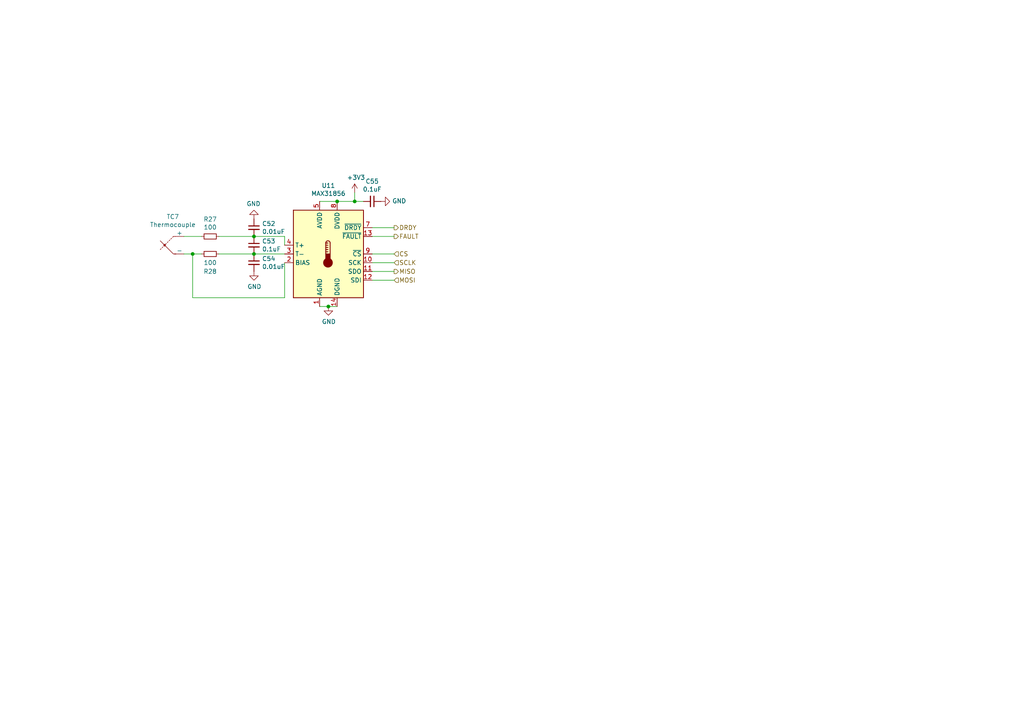
<source format=kicad_sch>
(kicad_sch (version 20211123) (generator eeschema)

  (uuid d7b67c11-d515-46cf-bcf0-0f0ef2d0158a)

  (paper "A4")

  (lib_symbols
    (symbol "Device:C_Small" (pin_numbers hide) (pin_names (offset 0.254) hide) (in_bom yes) (on_board yes)
      (property "Reference" "C" (id 0) (at 0.254 1.778 0)
        (effects (font (size 1.27 1.27)) (justify left))
      )
      (property "Value" "C_Small" (id 1) (at 0.254 -2.032 0)
        (effects (font (size 1.27 1.27)) (justify left))
      )
      (property "Footprint" "" (id 2) (at 0 0 0)
        (effects (font (size 1.27 1.27)) hide)
      )
      (property "Datasheet" "~" (id 3) (at 0 0 0)
        (effects (font (size 1.27 1.27)) hide)
      )
      (property "ki_keywords" "capacitor cap" (id 4) (at 0 0 0)
        (effects (font (size 1.27 1.27)) hide)
      )
      (property "ki_description" "Unpolarized capacitor, small symbol" (id 5) (at 0 0 0)
        (effects (font (size 1.27 1.27)) hide)
      )
      (property "ki_fp_filters" "C_*" (id 6) (at 0 0 0)
        (effects (font (size 1.27 1.27)) hide)
      )
      (symbol "C_Small_0_1"
        (polyline
          (pts
            (xy -1.524 -0.508)
            (xy 1.524 -0.508)
          )
          (stroke (width 0.3302) (type default) (color 0 0 0 0))
          (fill (type none))
        )
        (polyline
          (pts
            (xy -1.524 0.508)
            (xy 1.524 0.508)
          )
          (stroke (width 0.3048) (type default) (color 0 0 0 0))
          (fill (type none))
        )
      )
      (symbol "C_Small_1_1"
        (pin passive line (at 0 2.54 270) (length 2.032)
          (name "~" (effects (font (size 1.27 1.27))))
          (number "1" (effects (font (size 1.27 1.27))))
        )
        (pin passive line (at 0 -2.54 90) (length 2.032)
          (name "~" (effects (font (size 1.27 1.27))))
          (number "2" (effects (font (size 1.27 1.27))))
        )
      )
    )
    (symbol "Device:R_Small" (pin_numbers hide) (pin_names (offset 0.254) hide) (in_bom yes) (on_board yes)
      (property "Reference" "R" (id 0) (at 0.762 0.508 0)
        (effects (font (size 1.27 1.27)) (justify left))
      )
      (property "Value" "R_Small" (id 1) (at 0.762 -1.016 0)
        (effects (font (size 1.27 1.27)) (justify left))
      )
      (property "Footprint" "" (id 2) (at 0 0 0)
        (effects (font (size 1.27 1.27)) hide)
      )
      (property "Datasheet" "~" (id 3) (at 0 0 0)
        (effects (font (size 1.27 1.27)) hide)
      )
      (property "ki_keywords" "R resistor" (id 4) (at 0 0 0)
        (effects (font (size 1.27 1.27)) hide)
      )
      (property "ki_description" "Resistor, small symbol" (id 5) (at 0 0 0)
        (effects (font (size 1.27 1.27)) hide)
      )
      (property "ki_fp_filters" "R_*" (id 6) (at 0 0 0)
        (effects (font (size 1.27 1.27)) hide)
      )
      (symbol "R_Small_0_1"
        (rectangle (start -0.762 1.778) (end 0.762 -1.778)
          (stroke (width 0.2032) (type default) (color 0 0 0 0))
          (fill (type none))
        )
      )
      (symbol "R_Small_1_1"
        (pin passive line (at 0 2.54 270) (length 0.762)
          (name "~" (effects (font (size 1.27 1.27))))
          (number "1" (effects (font (size 1.27 1.27))))
        )
        (pin passive line (at 0 -2.54 90) (length 0.762)
          (name "~" (effects (font (size 1.27 1.27))))
          (number "2" (effects (font (size 1.27 1.27))))
        )
      )
    )
    (symbol "Device:Thermocouple" (pin_numbers hide) (pin_names (offset 0)) (in_bom yes) (on_board yes)
      (property "Reference" "TC" (id 0) (at -3.048 3.81 0)
        (effects (font (size 1.27 1.27)))
      )
      (property "Value" "Thermocouple" (id 1) (at -5.08 -4.064 0)
        (effects (font (size 1.27 1.27)) (justify left))
      )
      (property "Footprint" "" (id 2) (at -14.605 1.27 0)
        (effects (font (size 1.27 1.27)) hide)
      )
      (property "Datasheet" "~" (id 3) (at -14.605 1.27 0)
        (effects (font (size 1.27 1.27)) hide)
      )
      (property "ki_keywords" "thermocouple temperature sensor cold junction" (id 4) (at 0 0 0)
        (effects (font (size 1.27 1.27)) hide)
      )
      (property "ki_description" "Thermocouple" (id 5) (at 0 0 0)
        (effects (font (size 1.27 1.27)) hide)
      )
      (property "ki_fp_filters" "PIN?ARRAY* bornier* *Terminal?Block* Thermo*Couple*" (id 6) (at 0 0 0)
        (effects (font (size 1.27 1.27)) hide)
      )
      (symbol "Thermocouple_0_1"
        (circle (center -3.048 0) (radius 0.254)
          (stroke (width 0) (type default) (color 0 0 0 0))
          (fill (type outline))
        )
        (polyline
          (pts
            (xy -4.064 -1.016)
            (xy -4.318 -1.27)
          )
          (stroke (width 0) (type default) (color 0 0 0 0))
          (fill (type none))
        )
        (polyline
          (pts
            (xy -3.556 -0.508)
            (xy -3.81 -0.762)
          )
          (stroke (width 0) (type default) (color 0 0 0 0))
          (fill (type none))
        )
        (polyline
          (pts
            (xy -3.048 0)
            (xy -3.302 -0.254)
          )
          (stroke (width 0) (type default) (color 0 0 0 0))
          (fill (type none))
        )
        (polyline
          (pts
            (xy -2.54 0.508)
            (xy -2.794 0.254)
          )
          (stroke (width 0) (type default) (color 0 0 0 0))
          (fill (type none))
        )
        (polyline
          (pts
            (xy -2.032 1.016)
            (xy -2.286 0.762)
          )
          (stroke (width 0) (type default) (color 0 0 0 0))
          (fill (type none))
        )
        (polyline
          (pts
            (xy -1.524 1.524)
            (xy -1.778 1.27)
          )
          (stroke (width 0) (type default) (color 0 0 0 0))
          (fill (type none))
        )
        (polyline
          (pts
            (xy -1.016 2.032)
            (xy -1.27 1.778)
          )
          (stroke (width 0) (type default) (color 0 0 0 0))
          (fill (type none))
        )
        (polyline
          (pts
            (xy -0.508 2.54)
            (xy -0.762 2.286)
          )
          (stroke (width 0) (type default) (color 0 0 0 0))
          (fill (type none))
        )
        (polyline
          (pts
            (xy 0 -2.54)
            (xy -0.254 -2.54)
          )
          (stroke (width 0) (type default) (color 0 0 0 0))
          (fill (type none))
        )
        (polyline
          (pts
            (xy 0 2.54)
            (xy -0.508 2.54)
          )
          (stroke (width 0) (type default) (color 0 0 0 0))
          (fill (type none))
        )
        (polyline
          (pts
            (xy 0.254 -2.54)
            (xy -0.508 -2.54)
            (xy -4.318 1.27)
          )
          (stroke (width 0) (type default) (color 0 0 0 0))
          (fill (type none))
        )
      )
      (symbol "Thermocouple_1_1"
        (pin passive line (at 2.54 2.54 180) (length 2.54)
          (name "+" (effects (font (size 1.27 1.27))))
          (number "1" (effects (font (size 1.27 1.27))))
        )
        (pin passive line (at 2.54 -2.54 180) (length 2.54)
          (name "-" (effects (font (size 1.27 1.27))))
          (number "2" (effects (font (size 1.27 1.27))))
        )
      )
    )
    (symbol "Sensor_Temperature:MAX31856" (in_bom yes) (on_board yes)
      (property "Reference" "U" (id 0) (at -7.62 13.97 0)
        (effects (font (size 1.27 1.27)) (justify right))
      )
      (property "Value" "MAX31856" (id 1) (at 13.97 13.97 0)
        (effects (font (size 1.27 1.27)) (justify right))
      )
      (property "Footprint" "Package_SO:TSSOP-14_4.4x5mm_P0.65mm" (id 2) (at 3.81 -13.97 0)
        (effects (font (size 1.27 1.27)) (justify left) hide)
      )
      (property "Datasheet" "https://datasheets.maximintegrated.com/en/ds/MAX31856.pdf" (id 3) (at -1.27 5.08 0)
        (effects (font (size 1.27 1.27)) hide)
      )
      (property "ki_keywords" "Thermocouple converter serial" (id 4) (at 0 0 0)
        (effects (font (size 1.27 1.27)) hide)
      )
      (property "ki_description" "Precision Thermocouple to Digital Converter with Linearization, TSSOP-14" (id 5) (at 0 0 0)
        (effects (font (size 1.27 1.27)) hide)
      )
      (property "ki_fp_filters" "TSSOP*14*4.4x5mm*P0.65mm*" (id 6) (at 0 0 0)
        (effects (font (size 1.27 1.27)) hide)
      )
      (symbol "MAX31856_0_1"
        (rectangle (start -10.16 12.7) (end 10.16 -12.7)
          (stroke (width 0.254) (type default) (color 0 0 0 0))
          (fill (type background))
        )
        (circle (center -0.127 -2.54) (radius 1.27)
          (stroke (width 0.254) (type default) (color 0 0 0 0))
          (fill (type outline))
        )
        (polyline
          (pts
            (xy -0.762 0.635)
            (xy -0.127 0.635)
          )
          (stroke (width 0.254) (type default) (color 0 0 0 0))
          (fill (type none))
        )
        (polyline
          (pts
            (xy -0.762 1.27)
            (xy -0.127 1.27)
          )
          (stroke (width 0.254) (type default) (color 0 0 0 0))
          (fill (type none))
        )
        (polyline
          (pts
            (xy -0.762 1.905)
            (xy -0.127 1.905)
          )
          (stroke (width 0.254) (type default) (color 0 0 0 0))
          (fill (type none))
        )
        (polyline
          (pts
            (xy -0.762 2.54)
            (xy -0.127 2.54)
          )
          (stroke (width 0.254) (type default) (color 0 0 0 0))
          (fill (type none))
        )
        (polyline
          (pts
            (xy -0.762 3.175)
            (xy -0.762 0)
          )
          (stroke (width 0.254) (type default) (color 0 0 0 0))
          (fill (type none))
        )
        (polyline
          (pts
            (xy -0.762 3.175)
            (xy -0.127 3.175)
          )
          (stroke (width 0.254) (type default) (color 0 0 0 0))
          (fill (type none))
        )
        (polyline
          (pts
            (xy 0.508 3.175)
            (xy 0.508 0)
          )
          (stroke (width 0.254) (type default) (color 0 0 0 0))
          (fill (type none))
        )
        (rectangle (start 0.508 -1.905) (end -0.762 0)
          (stroke (width 0.254) (type default) (color 0 0 0 0))
          (fill (type outline))
        )
        (arc (start 0.508 3.175) (mid -0.127 3.81) (end -0.762 3.175)
          (stroke (width 0.254) (type default) (color 0 0 0 0))
          (fill (type none))
        )
      )
      (symbol "MAX31856_1_1"
        (pin power_in line (at -2.54 -15.24 90) (length 2.54)
          (name "AGND" (effects (font (size 1.27 1.27))))
          (number "1" (effects (font (size 1.27 1.27))))
        )
        (pin input line (at 12.7 -2.54 180) (length 2.54)
          (name "SCK" (effects (font (size 1.27 1.27))))
          (number "10" (effects (font (size 1.27 1.27))))
        )
        (pin output line (at 12.7 -5.08 180) (length 2.54)
          (name "SDO" (effects (font (size 1.27 1.27))))
          (number "11" (effects (font (size 1.27 1.27))))
        )
        (pin input line (at 12.7 -7.62 180) (length 2.54)
          (name "SDI" (effects (font (size 1.27 1.27))))
          (number "12" (effects (font (size 1.27 1.27))))
        )
        (pin output line (at 12.7 5.08 180) (length 2.54)
          (name "~{FAULT}" (effects (font (size 1.27 1.27))))
          (number "13" (effects (font (size 1.27 1.27))))
        )
        (pin power_in line (at 2.54 -15.24 90) (length 2.54)
          (name "DGND" (effects (font (size 1.27 1.27))))
          (number "14" (effects (font (size 1.27 1.27))))
        )
        (pin input line (at -12.7 -2.54 0) (length 2.54)
          (name "BIAS" (effects (font (size 1.27 1.27))))
          (number "2" (effects (font (size 1.27 1.27))))
        )
        (pin input line (at -12.7 0 0) (length 2.54)
          (name "T-" (effects (font (size 1.27 1.27))))
          (number "3" (effects (font (size 1.27 1.27))))
        )
        (pin input line (at -12.7 2.54 0) (length 2.54)
          (name "T+" (effects (font (size 1.27 1.27))))
          (number "4" (effects (font (size 1.27 1.27))))
        )
        (pin power_in line (at -2.54 15.24 270) (length 2.54)
          (name "AVDD" (effects (font (size 1.27 1.27))))
          (number "5" (effects (font (size 1.27 1.27))))
        )
        (pin no_connect line (at -10.16 -7.62 0) (length 2.54) hide
          (name "DNC" (effects (font (size 1.27 1.27))))
          (number "6" (effects (font (size 1.27 1.27))))
        )
        (pin output line (at 12.7 7.62 180) (length 2.54)
          (name "~{DRDY}" (effects (font (size 1.27 1.27))))
          (number "7" (effects (font (size 1.27 1.27))))
        )
        (pin power_in line (at 2.54 15.24 270) (length 2.54)
          (name "DVDD" (effects (font (size 1.27 1.27))))
          (number "8" (effects (font (size 1.27 1.27))))
        )
        (pin input line (at 12.7 0 180) (length 2.54)
          (name "~{CS}" (effects (font (size 1.27 1.27))))
          (number "9" (effects (font (size 1.27 1.27))))
        )
      )
    )
    (symbol "analogue-cache:+3.3V" (power) (pin_names (offset 0)) (in_bom yes) (on_board yes)
      (property "Reference" "#PWR" (id 0) (at 0 -3.81 0)
        (effects (font (size 1.27 1.27)) hide)
      )
      (property "Value" "+3.3V" (id 1) (at 0 3.556 0)
        (effects (font (size 1.27 1.27)))
      )
      (property "Footprint" "" (id 2) (at 0 0 0)
        (effects (font (size 1.27 1.27)) hide)
      )
      (property "Datasheet" "" (id 3) (at 0 0 0)
        (effects (font (size 1.27 1.27)) hide)
      )
      (symbol "+3.3V_0_1"
        (polyline
          (pts
            (xy -0.762 1.27)
            (xy 0 2.54)
          )
          (stroke (width 0) (type default) (color 0 0 0 0))
          (fill (type none))
        )
        (polyline
          (pts
            (xy 0 0)
            (xy 0 2.54)
          )
          (stroke (width 0) (type default) (color 0 0 0 0))
          (fill (type none))
        )
        (polyline
          (pts
            (xy 0 2.54)
            (xy 0.762 1.27)
          )
          (stroke (width 0) (type default) (color 0 0 0 0))
          (fill (type none))
        )
      )
      (symbol "+3.3V_1_1"
        (pin power_in line (at 0 0 90) (length 0) hide
          (name "+3V3" (effects (font (size 1.27 1.27))))
          (number "1" (effects (font (size 1.27 1.27))))
        )
      )
    )
    (symbol "power:GND" (power) (pin_names (offset 0)) (in_bom yes) (on_board yes)
      (property "Reference" "#PWR" (id 0) (at 0 -6.35 0)
        (effects (font (size 1.27 1.27)) hide)
      )
      (property "Value" "GND" (id 1) (at 0 -3.81 0)
        (effects (font (size 1.27 1.27)))
      )
      (property "Footprint" "" (id 2) (at 0 0 0)
        (effects (font (size 1.27 1.27)) hide)
      )
      (property "Datasheet" "" (id 3) (at 0 0 0)
        (effects (font (size 1.27 1.27)) hide)
      )
      (property "ki_keywords" "power-flag" (id 4) (at 0 0 0)
        (effects (font (size 1.27 1.27)) hide)
      )
      (property "ki_description" "Power symbol creates a global label with name \"GND\" , ground" (id 5) (at 0 0 0)
        (effects (font (size 1.27 1.27)) hide)
      )
      (symbol "GND_0_1"
        (polyline
          (pts
            (xy 0 0)
            (xy 0 -1.27)
            (xy 1.27 -1.27)
            (xy 0 -2.54)
            (xy -1.27 -1.27)
            (xy 0 -1.27)
          )
          (stroke (width 0) (type default) (color 0 0 0 0))
          (fill (type none))
        )
      )
      (symbol "GND_1_1"
        (pin power_in line (at 0 0 270) (length 0) hide
          (name "GND" (effects (font (size 1.27 1.27))))
          (number "1" (effects (font (size 1.27 1.27))))
        )
      )
    )
  )

  (junction (at 97.79 58.42) (diameter 0) (color 0 0 0 0)
    (uuid 6ceb10bf-4340-4309-8250-882c2b60a70e)
  )
  (junction (at 73.66 73.66) (diameter 0) (color 0 0 0 0)
    (uuid 72729c20-0465-4f8c-be80-3c22bb337ef7)
  )
  (junction (at 55.88 73.66) (diameter 0) (color 0 0 0 0)
    (uuid a6386af6-d744-458e-b19d-8fd97b5ad9f9)
  )
  (junction (at 95.25 88.9) (diameter 0) (color 0 0 0 0)
    (uuid c66790a8-2c84-47da-b059-a728d9f51463)
  )
  (junction (at 73.66 68.58) (diameter 0) (color 0 0 0 0)
    (uuid ccd45da3-3d73-496d-8f2e-5edf69377f63)
  )
  (junction (at 102.87 58.42) (diameter 0) (color 0 0 0 0)
    (uuid f58742f8-e57e-4646-a6f5-0463e0eceeb8)
  )

  (wire (pts (xy 55.88 73.66) (xy 58.42 73.66))
    (stroke (width 0) (type default) (color 0 0 0 0))
    (uuid 01600802-66c5-45a2-be7f-4fa2327d845b)
  )
  (wire (pts (xy 73.66 73.66) (xy 82.55 73.66))
    (stroke (width 0) (type default) (color 0 0 0 0))
    (uuid 01657d30-6f8e-4bbd-a3dd-6a0742c69aca)
  )
  (wire (pts (xy 73.66 68.58) (xy 82.55 68.58))
    (stroke (width 0) (type default) (color 0 0 0 0))
    (uuid 0a83f85d-78ad-480a-a5ba-773caced8f09)
  )
  (wire (pts (xy 53.34 73.66) (xy 55.88 73.66))
    (stroke (width 0) (type default) (color 0 0 0 0))
    (uuid 0d678ff1-21aa-4e6f-ae06-abf24406f3c8)
  )
  (wire (pts (xy 97.79 88.9) (xy 95.25 88.9))
    (stroke (width 0) (type default) (color 0 0 0 0))
    (uuid 119c633c-175b-4b38-bbc1-1a076032c16e)
  )
  (wire (pts (xy 63.5 73.66) (xy 73.66 73.66))
    (stroke (width 0) (type default) (color 0 0 0 0))
    (uuid 3aec5e23-e675-4bcf-9a9e-48cb59d51927)
  )
  (wire (pts (xy 97.79 58.42) (xy 102.87 58.42))
    (stroke (width 0) (type default) (color 0 0 0 0))
    (uuid 43f4cf53-1dc5-4426-bbd2-fabe9c3d45ec)
  )
  (wire (pts (xy 114.3 78.74) (xy 107.95 78.74))
    (stroke (width 0) (type default) (color 0 0 0 0))
    (uuid 70cf3e26-e279-4e61-a2f5-466ff5585d49)
  )
  (wire (pts (xy 102.87 55.88) (xy 102.87 58.42))
    (stroke (width 0) (type default) (color 0 0 0 0))
    (uuid 7308e13a-4809-4e8e-af65-9905819aa376)
  )
  (wire (pts (xy 114.3 81.28) (xy 107.95 81.28))
    (stroke (width 0) (type default) (color 0 0 0 0))
    (uuid 8634edb8-50db-43d2-95bb-5918d2cd24cc)
  )
  (wire (pts (xy 55.88 86.36) (xy 55.88 73.66))
    (stroke (width 0) (type default) (color 0 0 0 0))
    (uuid 8afefa03-006b-4e40-b19e-6596c7cc472e)
  )
  (wire (pts (xy 82.55 76.2) (xy 82.55 86.36))
    (stroke (width 0) (type default) (color 0 0 0 0))
    (uuid 9116f42f-8d27-4055-8fab-af8b6ed6959f)
  )
  (wire (pts (xy 102.87 58.42) (xy 105.41 58.42))
    (stroke (width 0) (type default) (color 0 0 0 0))
    (uuid 91c69423-de51-44fe-bc70-fec455b50634)
  )
  (wire (pts (xy 58.42 68.58) (xy 53.34 68.58))
    (stroke (width 0) (type default) (color 0 0 0 0))
    (uuid a2c0fc07-9ed2-42e8-8fef-f02fce3412ee)
  )
  (wire (pts (xy 63.5 68.58) (xy 73.66 68.58))
    (stroke (width 0) (type default) (color 0 0 0 0))
    (uuid a5fcd820-f4f0-487d-8e2f-6defe7618982)
  )
  (wire (pts (xy 107.95 68.58) (xy 114.3 68.58))
    (stroke (width 0) (type default) (color 0 0 0 0))
    (uuid bca69a58-3f8f-4ac5-9ef0-70bfa6c247ee)
  )
  (wire (pts (xy 82.55 68.58) (xy 82.55 71.12))
    (stroke (width 0) (type default) (color 0 0 0 0))
    (uuid bf67f245-1714-4d39-b76d-53f1523ab5f8)
  )
  (wire (pts (xy 82.55 86.36) (xy 55.88 86.36))
    (stroke (width 0) (type default) (color 0 0 0 0))
    (uuid c14f4f41-991c-47f8-ba74-4a4e89170acf)
  )
  (wire (pts (xy 92.71 58.42) (xy 97.79 58.42))
    (stroke (width 0) (type default) (color 0 0 0 0))
    (uuid cb4b7bcd-f8cd-4398-9baf-986854c6b2ae)
  )
  (wire (pts (xy 114.3 73.66) (xy 107.95 73.66))
    (stroke (width 0) (type default) (color 0 0 0 0))
    (uuid d2683b99-bb18-4d41-a0c5-df26e16e4210)
  )
  (wire (pts (xy 107.95 76.2) (xy 114.3 76.2))
    (stroke (width 0) (type default) (color 0 0 0 0))
    (uuid d32a1d0f-6a8f-45b4-822f-8b613131fd8a)
  )
  (wire (pts (xy 114.3 66.04) (xy 107.95 66.04))
    (stroke (width 0) (type default) (color 0 0 0 0))
    (uuid f368b66f-c8a4-4ccf-b925-3f03c13bf28f)
  )
  (wire (pts (xy 92.71 88.9) (xy 95.25 88.9))
    (stroke (width 0) (type default) (color 0 0 0 0))
    (uuid fb4e7351-d265-4999-adf6-bc7596c21cf3)
  )

  (hierarchical_label "MOSI" (shape input) (at 114.3 81.28 0)
    (effects (font (size 1.27 1.27)) (justify left))
    (uuid 200b738a-50e9-4f57-b197-9a6a0ae11af3)
  )
  (hierarchical_label "MISO" (shape output) (at 114.3 78.74 0)
    (effects (font (size 1.27 1.27)) (justify left))
    (uuid 2d916084-6196-4479-adf2-d8e271fa0c32)
  )
  (hierarchical_label "FAULT" (shape output) (at 114.3 68.58 0)
    (effects (font (size 1.27 1.27)) (justify left))
    (uuid 6024ea82-89e7-47fa-a1cd-0f37ee126f02)
  )
  (hierarchical_label "CS" (shape input) (at 114.3 73.66 0)
    (effects (font (size 1.27 1.27)) (justify left))
    (uuid 6afdccaa-d9c7-4949-88e8-e04bfdac5efc)
  )
  (hierarchical_label "DRDY" (shape output) (at 114.3 66.04 0)
    (effects (font (size 1.27 1.27)) (justify left))
    (uuid 7c3fa13a-5250-4394-8d82-80430597df04)
  )
  (hierarchical_label "SCLK" (shape input) (at 114.3 76.2 0)
    (effects (font (size 1.27 1.27)) (justify left))
    (uuid fc80fa5b-8c07-4dda-8002-331dcafd556b)
  )

  (symbol (lib_id "Sensor_Temperature:MAX31856") (at 95.25 73.66 0)
    (in_bom yes) (on_board yes)
    (uuid 00000000-0000-0000-0000-0000619996ee)
    (property "Reference" "U11" (id 0) (at 95.25 53.8226 0))
    (property "Value" "MAX31856" (id 1) (at 95.25 56.134 0))
    (property "Footprint" "Package_SO:TSSOP-14_4.4x5mm_P0.65mm" (id 2) (at 99.06 87.63 0)
      (effects (font (size 1.27 1.27)) (justify left) hide)
    )
    (property "Datasheet" "https://datasheets.maximintegrated.com/en/ds/MAX31856.pdf" (id 3) (at 93.98 68.58 0)
      (effects (font (size 1.27 1.27)) hide)
    )
    (pin "1" (uuid 7ad3299c-942e-44a3-b6af-30dadecda262))
    (pin "10" (uuid c00d20dd-e15c-4a4e-9c10-cdef5f9171f2))
    (pin "11" (uuid 7ee745ac-e97a-42ca-8c90-3fdf75c45926))
    (pin "12" (uuid 9be6da37-b83d-4d77-8b0a-04e6a7fb8955))
    (pin "13" (uuid d0b58253-d164-4c94-905c-b4de5207bf92))
    (pin "14" (uuid e17dfed2-6f49-4725-93e8-f56ba83575d2))
    (pin "2" (uuid 5d8ac1da-d8aa-455a-9a2e-ead60d4959fe))
    (pin "3" (uuid 11bcc31a-cbf9-44f2-aea2-2286f05efd0f))
    (pin "4" (uuid f08268ed-a2ce-4276-917e-b77e72985c20))
    (pin "5" (uuid cf297b0a-debd-48ea-bfb6-02a5ecc19f22))
    (pin "6" (uuid b6da0e49-263d-457d-99da-87846d24d33e))
    (pin "7" (uuid ac307040-8d98-4cf5-9497-be6a89aeb7de))
    (pin "8" (uuid c7771f31-9e16-4fee-b1ce-df12042351e6))
    (pin "9" (uuid 6b22089a-afe0-4ce0-9bcf-7b366dc0186b))
  )

  (symbol (lib_id "power:GND") (at 95.25 88.9 0)
    (in_bom yes) (on_board yes)
    (uuid 00000000-0000-0000-0000-000061999bda)
    (property "Reference" "#PWR0130" (id 0) (at 95.25 95.25 0)
      (effects (font (size 1.27 1.27)) hide)
    )
    (property "Value" "GND" (id 1) (at 95.377 93.2942 0))
    (property "Footprint" "" (id 2) (at 95.25 88.9 0)
      (effects (font (size 1.27 1.27)) hide)
    )
    (property "Datasheet" "" (id 3) (at 95.25 88.9 0)
      (effects (font (size 1.27 1.27)) hide)
    )
    (pin "1" (uuid fafd0fdd-7a84-4649-9187-fce431ddd613))
  )

  (symbol (lib_id "analogue-cache:+3.3V") (at 102.87 55.88 0)
    (in_bom yes) (on_board yes)
    (uuid 00000000-0000-0000-0000-00006199a53a)
    (property "Reference" "#PWR0131" (id 0) (at 102.87 59.69 0)
      (effects (font (size 1.27 1.27)) hide)
    )
    (property "Value" "+3.3V" (id 1) (at 103.251 51.4858 0))
    (property "Footprint" "" (id 2) (at 102.87 55.88 0)
      (effects (font (size 1.27 1.27)) hide)
    )
    (property "Datasheet" "" (id 3) (at 102.87 55.88 0)
      (effects (font (size 1.27 1.27)) hide)
    )
    (pin "1" (uuid a83fbe79-82d8-47ff-ae51-0c51ac11dff8))
  )

  (symbol (lib_id "Device:C_Small") (at 107.95 58.42 270)
    (in_bom yes) (on_board yes)
    (uuid 00000000-0000-0000-0000-00006199a8f2)
    (property "Reference" "C55" (id 0) (at 107.95 52.6034 90))
    (property "Value" "0.1uF" (id 1) (at 107.95 54.9148 90))
    (property "Footprint" "Capacitor_SMD:C_0603_1608Metric" (id 2) (at 107.95 58.42 0)
      (effects (font (size 1.27 1.27)) hide)
    )
    (property "Datasheet" "~" (id 3) (at 107.95 58.42 0)
      (effects (font (size 1.27 1.27)) hide)
    )
    (pin "1" (uuid 47f35e63-6870-4413-865c-dd1aa14acb47))
    (pin "2" (uuid 7badd976-3c8d-4a37-ade4-56dc62bc0fcd))
  )

  (symbol (lib_id "power:GND") (at 110.49 58.42 90)
    (in_bom yes) (on_board yes)
    (uuid 00000000-0000-0000-0000-00006199ae5e)
    (property "Reference" "#PWR0132" (id 0) (at 116.84 58.42 0)
      (effects (font (size 1.27 1.27)) hide)
    )
    (property "Value" "GND" (id 1) (at 113.7412 58.293 90)
      (effects (font (size 1.27 1.27)) (justify right))
    )
    (property "Footprint" "" (id 2) (at 110.49 58.42 0)
      (effects (font (size 1.27 1.27)) hide)
    )
    (property "Datasheet" "" (id 3) (at 110.49 58.42 0)
      (effects (font (size 1.27 1.27)) hide)
    )
    (pin "1" (uuid afd0a4df-1d94-4346-8ff9-830482988b51))
  )

  (symbol (lib_id "Device:Thermocouple") (at 50.8 71.12 0)
    (in_bom yes) (on_board yes)
    (uuid 00000000-0000-0000-0000-00006199b0f6)
    (property "Reference" "TC7" (id 0) (at 50.1142 62.865 0))
    (property "Value" "Thermocouple" (id 1) (at 50.1142 65.1764 0))
    (property "Footprint" "TerminalBlock_TE-Connectivity:TerminalBlock_TE_282834-2_1x02_P2.54mm_Horizontal" (id 2) (at 36.195 69.85 0)
      (effects (font (size 1.27 1.27)) hide)
    )
    (property "Datasheet" "~" (id 3) (at 36.195 69.85 0)
      (effects (font (size 1.27 1.27)) hide)
    )
    (pin "1" (uuid 9b608a8f-88b9-47a1-ad98-e44c87d86988))
    (pin "2" (uuid 343e828d-97fe-4fb5-bb07-7e3dc6b93355))
  )

  (symbol (lib_id "Device:R_Small") (at 60.96 68.58 270)
    (in_bom yes) (on_board yes)
    (uuid 00000000-0000-0000-0000-00006199bb8c)
    (property "Reference" "R27" (id 0) (at 60.96 63.6016 90))
    (property "Value" "100" (id 1) (at 60.96 65.913 90))
    (property "Footprint" "Resistor_SMD:R_0603_1608Metric" (id 2) (at 60.96 68.58 0)
      (effects (font (size 1.27 1.27)) hide)
    )
    (property "Datasheet" "~" (id 3) (at 60.96 68.58 0)
      (effects (font (size 1.27 1.27)) hide)
    )
    (pin "1" (uuid ca6459bb-3e26-42cf-9c2a-b48124c09932))
    (pin "2" (uuid 5414b994-6b63-4058-ac5c-ce11e9e82f12))
  )

  (symbol (lib_id "Device:R_Small") (at 60.96 73.66 90)
    (in_bom yes) (on_board yes)
    (uuid 00000000-0000-0000-0000-00006199c151)
    (property "Reference" "R28" (id 0) (at 60.96 78.74 90))
    (property "Value" "100" (id 1) (at 60.96 76.2 90))
    (property "Footprint" "Resistor_SMD:R_0603_1608Metric" (id 2) (at 60.96 73.66 0)
      (effects (font (size 1.27 1.27)) hide)
    )
    (property "Datasheet" "~" (id 3) (at 60.96 73.66 0)
      (effects (font (size 1.27 1.27)) hide)
    )
    (pin "1" (uuid 3e458536-c335-41ed-a34d-e0baeb455cef))
    (pin "2" (uuid 3c81aedc-1695-49db-9a83-a20936e7c5ff))
  )

  (symbol (lib_id "Device:C_Small") (at 73.66 71.12 0)
    (in_bom yes) (on_board yes)
    (uuid 00000000-0000-0000-0000-00006199ccc4)
    (property "Reference" "C53" (id 0) (at 75.9968 69.9516 0)
      (effects (font (size 1.27 1.27)) (justify left))
    )
    (property "Value" "0.1uF" (id 1) (at 75.9968 72.263 0)
      (effects (font (size 1.27 1.27)) (justify left))
    )
    (property "Footprint" "Capacitor_SMD:C_0603_1608Metric" (id 2) (at 73.66 71.12 0)
      (effects (font (size 1.27 1.27)) hide)
    )
    (property "Datasheet" "~" (id 3) (at 73.66 71.12 0)
      (effects (font (size 1.27 1.27)) hide)
    )
    (pin "1" (uuid c02bd385-ceb6-47b2-9d62-ae37a7ee77c1))
    (pin "2" (uuid 8b0c20ce-16ea-47f3-b58f-aae38baab7e5))
  )

  (symbol (lib_id "Device:C_Small") (at 73.66 66.04 0)
    (in_bom yes) (on_board yes)
    (uuid 00000000-0000-0000-0000-00006199d7ef)
    (property "Reference" "C52" (id 0) (at 75.9968 64.8716 0)
      (effects (font (size 1.27 1.27)) (justify left))
    )
    (property "Value" "0.01uF" (id 1) (at 75.9968 67.183 0)
      (effects (font (size 1.27 1.27)) (justify left))
    )
    (property "Footprint" "Capacitor_SMD:C_0603_1608Metric" (id 2) (at 73.66 66.04 0)
      (effects (font (size 1.27 1.27)) hide)
    )
    (property "Datasheet" "~" (id 3) (at 73.66 66.04 0)
      (effects (font (size 1.27 1.27)) hide)
    )
    (pin "1" (uuid 6e4905c9-40f3-43f7-b9c6-26f1cd4a759e))
    (pin "2" (uuid ec52862e-39ed-4622-968d-b4d5e9f1353b))
  )

  (symbol (lib_id "Device:C_Small") (at 73.66 76.2 0)
    (in_bom yes) (on_board yes)
    (uuid 00000000-0000-0000-0000-00006199da04)
    (property "Reference" "C54" (id 0) (at 75.9968 75.0316 0)
      (effects (font (size 1.27 1.27)) (justify left))
    )
    (property "Value" "0.01uF" (id 1) (at 75.9968 77.343 0)
      (effects (font (size 1.27 1.27)) (justify left))
    )
    (property "Footprint" "Capacitor_SMD:C_0603_1608Metric" (id 2) (at 73.66 76.2 0)
      (effects (font (size 1.27 1.27)) hide)
    )
    (property "Datasheet" "~" (id 3) (at 73.66 76.2 0)
      (effects (font (size 1.27 1.27)) hide)
    )
    (pin "1" (uuid a6f95b11-ff44-487a-96a4-200b5b86d91c))
    (pin "2" (uuid d94c00ca-491c-4810-8683-52f3cb7f6039))
  )

  (symbol (lib_id "power:GND") (at 73.66 78.74 0)
    (in_bom yes) (on_board yes)
    (uuid 00000000-0000-0000-0000-00006199dc62)
    (property "Reference" "#PWR0129" (id 0) (at 73.66 85.09 0)
      (effects (font (size 1.27 1.27)) hide)
    )
    (property "Value" "GND" (id 1) (at 73.787 83.1342 0))
    (property "Footprint" "" (id 2) (at 73.66 78.74 0)
      (effects (font (size 1.27 1.27)) hide)
    )
    (property "Datasheet" "" (id 3) (at 73.66 78.74 0)
      (effects (font (size 1.27 1.27)) hide)
    )
    (pin "1" (uuid 52c3bbe1-d947-4c7f-b960-fa70e6898bc1))
  )

  (symbol (lib_id "power:GND") (at 73.66 63.5 180)
    (in_bom yes) (on_board yes)
    (uuid 00000000-0000-0000-0000-00006199decf)
    (property "Reference" "#PWR0128" (id 0) (at 73.66 57.15 0)
      (effects (font (size 1.27 1.27)) hide)
    )
    (property "Value" "GND" (id 1) (at 73.533 59.1058 0))
    (property "Footprint" "" (id 2) (at 73.66 63.5 0)
      (effects (font (size 1.27 1.27)) hide)
    )
    (property "Datasheet" "" (id 3) (at 73.66 63.5 0)
      (effects (font (size 1.27 1.27)) hide)
    )
    (pin "1" (uuid 94e96592-dd0b-4267-842e-82a65da33e29))
  )
)

</source>
